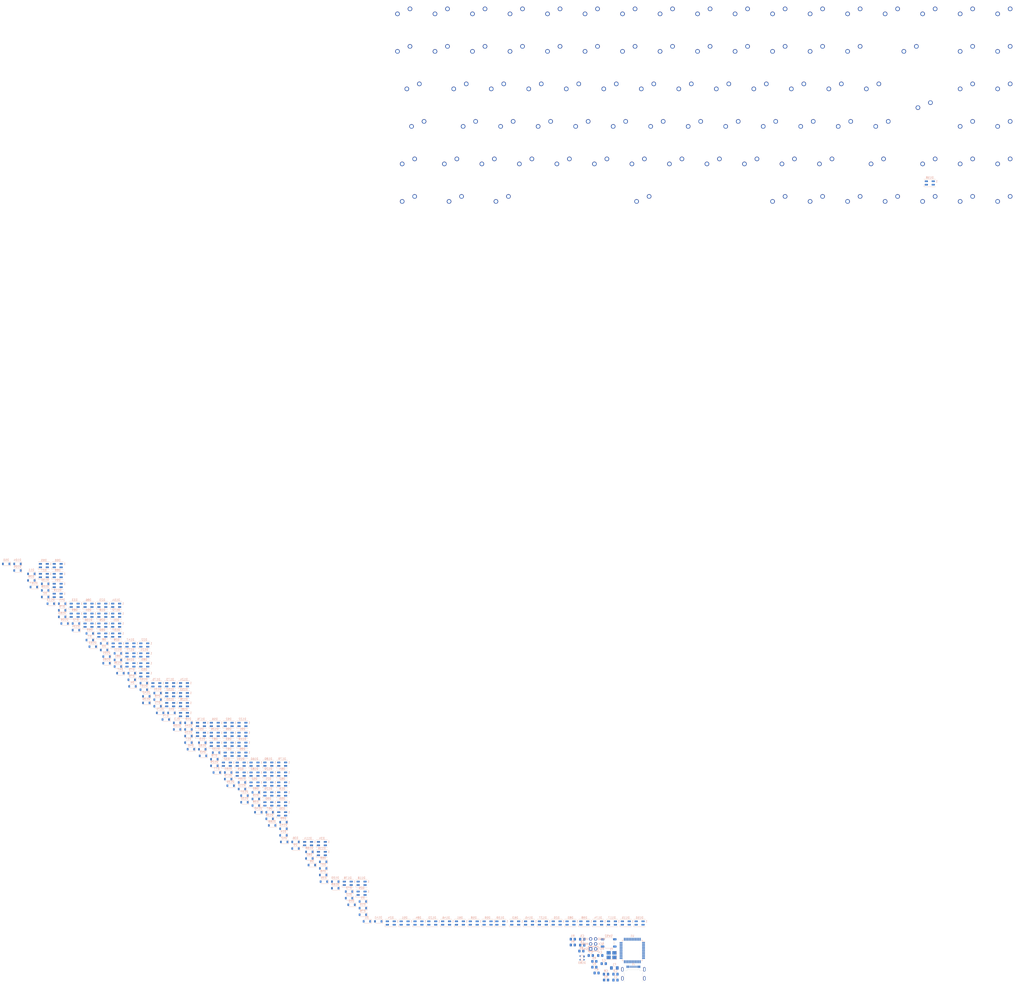
<source format=kicad_pcb>
(kicad_pcb (version 20211014) (generator pcbnew)
  (layers (0 "F.Cu" signal) (31 "B.Cu" signal) (34 "B.Paste" user) (35 "F.Paste" user) (36 "B.SilkS" user "B.Silkscreen") (37 "F.SilkS" user "F.Silkscreen") (38 "B.Mask" user) (39 "F.Mask" user) (44 "Edge.Cuts" user))
  (net 0 "")
  (net 1 "XTAL1")
  (net 2 "GND")
  (net 3 "XTAL2")
  (net 4 "+5V")
  (net 5 "Net-(C8-Pad1)")
  (net 6 "row0")
  (net 7 "Net-(D1-Pad2)")
  (net 8 "Net-(D2-Pad2)")
  (net 9 "Net-(D3-Pad2)")
  (net 10 "Net-(D4-Pad2)")
  (net 11 "Net-(D5-Pad2)")
  (net 12 "Net-(D6-Pad2)")
  (net 13 "Net-(D7-Pad2)")
  (net 14 "Net-(D8-Pad2)")
  (net 15 "Net-(D9-Pad2)")
  (net 16 "Net-(D10-Pad2)")
  (net 17 "Net-(D11-Pad2)")
  (net 18 "Net-(D12-Pad2)")
  (net 19 "Net-(D13-Pad2)")
  (net 20 "Net-(D14-Pad2)")
  (net 21 "Net-(D15-Pad2)")
  (net 22 "Net-(D16-Pad2)")
  (net 23 "Net-(D17-Pad2)")
  (net 24 "Net-(D18-Pad1)")
  (net 25 "led")
  (net 26 "VCC")
  (net 27 "Net-(D19-Pad1)")
  (net 28 "Net-(D20-Pad1)")
  (net 29 "Net-(D21-Pad1)")
  (net 30 "Net-(D22-Pad1)")
  (net 31 "Net-(D23-Pad1)")
  (net 32 "Net-(D24-Pad1)")
  (net 33 "Net-(D25-Pad1)")
  (net 34 "Net-(D26-Pad1)")
  (net 35 "Net-(D27-Pad1)")
  (net 36 "Net-(D28-Pad1)")
  (net 37 "Net-(D29-Pad1)")
  (net 38 "Net-(D30-Pad1)")
  (net 39 "Net-(D31-Pad1)")
  (net 40 "Net-(D32-Pad1)")
  (net 41 "Net-(D33-Pad1)")
  (net 42 "Net-(D34-Pad1)")
  (net 43 "row1")
  (net 44 "Net-(D35-Pad2)")
  (net 45 "Net-(D36-Pad2)")
  (net 46 "Net-(D37-Pad2)")
  (net 47 "Net-(D38-Pad2)")
  (net 48 "Net-(D39-Pad2)")
  (net 49 "Net-(D40-Pad2)")
  (net 50 "Net-(D41-Pad2)")
  (net 51 "Net-(D42-Pad2)")
  (net 52 "Net-(D43-Pad2)")
  (net 53 "Net-(D44-Pad2)")
  (net 54 "Net-(D45-Pad2)")
  (net 55 "Net-(D46-Pad2)")
  (net 56 "Net-(D47-Pad2)")
  (net 57 "Net-(D48-Pad2)")
  (net 58 "Net-(D49-Pad2)")
  (net 59 "Net-(D50-Pad2)")
  (net 60 "Net-(D51-Pad1)")
  (net 61 "Net-(D52-Pad1)")
  (net 62 "Net-(D53-Pad1)")
  (net 63 "Net-(D54-Pad1)")
  (net 64 "Net-(D55-Pad1)")
  (net 65 "Net-(D56-Pad1)")
  (net 66 "Net-(D57-Pad1)")
  (net 67 "Net-(D58-Pad1)")
  (net 68 "Net-(D59-Pad1)")
  (net 69 "Net-(D60-Pad1)")
  (net 70 "Net-(D61-Pad1)")
  (net 71 "Net-(D62-Pad1)")
  (net 72 "Net-(D63-Pad1)")
  (net 73 "Net-(D64-Pad1)")
  (net 74 "Net-(D65-Pad1)")
  (net 75 "Net-(D66-Pad1)")
  (net 76 "row2")
  (net 77 "Net-(D67-Pad2)")
  (net 78 "Net-(D68-Pad2)")
  (net 79 "Net-(D69-Pad2)")
  (net 80 "Net-(D70-Pad2)")
  (net 81 "Net-(D71-Pad2)")
  (net 82 "Net-(D72-Pad2)")
  (net 83 "Net-(D73-Pad2)")
  (net 84 "Net-(D74-Pad2)")
  (net 85 "Net-(D75-Pad2)")
  (net 86 "Net-(D76-Pad2)")
  (net 87 "Net-(D77-Pad2)")
  (net 88 "Net-(D78-Pad2)")
  (net 89 "Net-(D79-Pad2)")
  (net 90 "Net-(D80-Pad2)")
  (net 91 "Net-(D81-Pad2)")
  (net 92 "Net-(D82-Pad2)")
  (net 93 "Net-(D83-Pad1)")
  (net 94 "Net-(D84-Pad1)")
  (net 95 "Net-(D85-Pad1)")
  (net 96 "Net-(D86-Pad1)")
  (net 97 "Net-(D87-Pad1)")
  (net 98 "Net-(D88-Pad1)")
  (net 99 "Net-(D89-Pad1)")
  (net 100 "Net-(D90-Pad1)")
  (net 101 "Net-(D91-Pad1)")
  (net 102 "Net-(D92-Pad1)")
  (net 103 "Net-(D93-Pad1)")
  (net 104 "Net-(D94-Pad1)")
  (net 105 "Net-(D95-Pad1)")
  (net 106 "Net-(D96-Pad1)")
  (net 107 "Net-(D97-Pad1)")
  (net 108 "Net-(D114-Pad3)")
  (net 109 "row3")
  (net 110 "Net-(D99-Pad2)")
  (net 111 "Net-(D100-Pad2)")
  (net 112 "Net-(D101-Pad2)")
  (net 113 "Net-(D102-Pad2)")
  (net 114 "Net-(D103-Pad2)")
  (net 115 "Net-(D104-Pad2)")
  (net 116 "Net-(D105-Pad2)")
  (net 117 "Net-(D106-Pad2)")
  (net 118 "Net-(D107-Pad2)")
  (net 119 "Net-(D108-Pad2)")
  (net 120 "Net-(D109-Pad2)")
  (net 121 "Net-(D110-Pad2)")
  (net 122 "Net-(D111-Pad2)")
  (net 123 "Net-(D112-Pad2)")
  (net 124 "Net-(D113-Pad2)")
  (net 125 "Net-(D114-Pad1)")
  (net 126 "Net-(D115-Pad1)")
  (net 127 "Net-(D116-Pad1)")
  (net 128 "Net-(D117-Pad1)")
  (net 129 "Net-(D118-Pad1)")
  (net 130 "Net-(D119-Pad1)")
  (net 131 "Net-(D120-Pad1)")
  (net 132 "Net-(D121-Pad1)")
  (net 133 "Net-(D122-Pad1)")
  (net 134 "Net-(D123-Pad1)")
  (net 135 "Net-(D124-Pad1)")
  (net 136 "Net-(D125-Pad1)")
  (net 137 "Net-(D126-Pad1)")
  (net 138 "Net-(D127-Pad1)")
  (net 139 "Net-(D128-Pad1)")
  (net 140 "row4")
  (net 141 "Net-(D129-Pad2)")
  (net 142 "Net-(D130-Pad2)")
  (net 143 "Net-(D131-Pad2)")
  (net 144 "Net-(D132-Pad2)")
  (net 145 "Net-(D133-Pad2)")
  (net 146 "Net-(D134-Pad2)")
  (net 147 "Net-(D135-Pad2)")
  (net 148 "Net-(D136-Pad2)")
  (net 149 "Net-(D137-Pad2)")
  (net 150 "Net-(D138-Pad2)")
  (net 151 "Net-(D139-Pad2)")
  (net 152 "Net-(D140-Pad2)")
  (net 153 "Net-(D141-Pad2)")
  (net 154 "Net-(D142-Pad2)")
  (net 155 "Net-(D143-Pad2)")
  (net 156 "Net-(D144-Pad2)")
  (net 157 "Net-(D145-Pad1)")
  (net 158 "Net-(D146-Pad1)")
  (net 159 "Net-(D147-Pad1)")
  (net 160 "Net-(D148-Pad1)")
  (net 161 "Net-(D149-Pad1)")
  (net 162 "Net-(D150-Pad1)")
  (net 163 "Net-(D151-Pad1)")
  (net 164 "Net-(D152-Pad1)")
  (net 165 "Net-(D153-Pad1)")
  (net 166 "Net-(D154-Pad1)")
  (net 167 "Net-(D155-Pad1)")
  (net 168 "Net-(D156-Pad1)")
  (net 169 "Net-(D157-Pad1)")
  (net 170 "Net-(D158-Pad1)")
  (net 171 "Net-(D159-Pad1)")
  (net 172 "Net-(D160-Pad1)")
  (net 173 "row5")
  (net 174 "Net-(D161-Pad2)")
  (net 175 "Net-(D162-Pad2)")
  (net 176 "Net-(D163-Pad2)")
  (net 177 "Net-(D164-Pad2)")
  (net 178 "Net-(D165-Pad2)")
  (net 179 "Net-(D166-Pad2)")
  (net 180 "Net-(D167-Pad2)")
  (net 181 "Net-(D168-Pad2)")
  (net 182 "Net-(D169-Pad2)")
  (net 183 "Net-(D170-Pad2)")
  (net 184 "Net-(D171-Pad2)")
  (net 185 "Net-(D172-Pad1)")
  (net 186 "Net-(D173-Pad1)")
  (net 187 "Net-(D174-Pad1)")
  (net 188 "Net-(D175-Pad1)")
  (net 189 "Net-(D176-Pad1)")
  (net 190 "Net-(D177-Pad1)")
  (net 191 "Net-(D178-Pad1)")
  (net 192 "Net-(D179-Pad1)")
  (net 193 "Net-(D180-Pad1)")
  (net 194 "Net-(D181-Pad1)")
  (net 196 "Net-(D183-Pad3)")
  (net 197 "Net-(D183-Pad2)")
  (net 198 "Net-(J1-PadA5)")
  (net 200 "Net-(J1-PadB5)")
  (net 202 "MISO")
  (net 203 "SCK")
  (net 204 "MOSI")
  (net 205 "RESET")
  (net 206 "D-")
  (net 207 "D+")
  (net 208 "Net-(R7-Pad1)")
  (net 209 "col0")
  (net 210 "col1")
  (net 211 "col2")
  (net 212 "col3")
  (net 213 "col4")
  (net 214 "col5")
  (net 215 "col6")
  (net 216 "col7")
  (net 217 "col8")
  (net 218 "col9")
  (net 219 "col10")
  (net 220 "col11")
  (net 221 "col12")
  (net 222 "col13")
  (net 223 "col14")
  (net 224 "col15")
  (footprint "marbastlib-mx:SW_MX_1u" (layer "F.Cu") (at 307.975 -258.7625)
    (fp_text reference "SW53" hide)
    (fp_text value "D" hide)
  )
  (footprint "marbastlib-mx:SW_MX_1u" (layer "F.Cu") (at 303.2125 -277.8125)
    (fp_text reference "SW37" hide)
    (fp_text value "E" hide)
  )
  (footprint "marbastlib-mx:SW_MX_1u" (layer "F.Cu") (at 427.0375 -220.6625)
    (fp_text reference "SW85" hide)
    (fp_text value "AltGr" hide)
  )
  (footprint "marbastlib-mx:SW_MX_1u" (layer "F.Cu") (at 427.0375 -315.9125)
    (fp_text reference "SW11" hide)
    (fp_text value "F9" hide)
  )
  (footprint "marbastlib-mx:SW_MX_1u" (layer "F.Cu") (at 450.85 -239.7125)
    (fp_text reference "SW76" hide)
    (fp_text value "/?" hide)
  )
  (footprint "marbastlib-mx:SW_MX_1u" (layer "F.Cu") (at 541.3375 -296.8625)
    (fp_text reference "SW33" hide)
    (fp_text value "PgUp" hide)
  )
  (footprint "marbastlib-mx:SW_MX_1u" (layer "F.Cu") (at 269.875 -258.7625)
    (fp_text reference "SW51" hide)
    (fp_text value "A" hide)
  )
  (footprint "marbastlib-mx:SW_MX_1u" (layer "F.Cu") (at 379.4125 -277.8125)
    (fp_text reference "SW41" hide)
    (fp_text value "U" hide)
  )
  (footprint "marbastlib-mx:SW_MX_1u" (layer "F.Cu") (at 417.5125 -277.8125)
    (fp_text reference "SW43" hide)
    (fp_text value "O" hide)
  )
  (footprint "marbastlib-mx:SW_MX_1u" (layer "F.Cu") (at 460.375 -258.7625)
    (fp_text reference "SW61" hide)
    (fp_text value "'@" hide)
  )
  (footprint "marbastlib-mx:SW_MX_1u" (layer "F.Cu") (at 369.8875 -315.9125)
    (fp_text reference "SW8" hide)
    (fp_text value "XEV" hide)
  )
  (footprint "marbastlib-mx:SW_MX_1u" (layer "F.Cu") (at 446.0875 -220.6625)
    (fp_text reference "SW86" hide)
    (fp_text value "Fn" hide)
  )
  (footprint "marbastlib-mx:SW_MX_1u" (layer "F.Cu") (at 388.9375 -296.8625)
    (fp_text reference "SW26" hide)
    (fp_text value "#8" hide)
  )
  (footprint "marbastlib-mx:SW_MX_1u" (layer "F.Cu") (at 279.4 -239.7125)
    (fp_text reference "SW67" hide)
    (fp_text value "Z" hide)
  )
  (footprint "marbastlib-mx:SW_MX_1u" (layer "F.Cu") (at 484.1875 -315.9125)
    (fp_text reference "SW14" hide)
    (fp_text value "F12" hide)
  )
  (footprint "marbastlib-mx:STAB_MX_6.25u" (layer "F.Cu") (at 357.98125 -220.6625)
    (fp_text reference "REF**" hide)
    (fp_text value "STAB_MX_6.25u")
  )
  (footprint "marbastlib-mx:SW_MX_1u" (layer "F.Cu") (at 465.1375 -315.9125)
    (fp_text reference "SW13" hide)
    (fp_text value "F11" hide)
  )
  (footprint "marbastlib-mx:SW_MX_1u" (layer "F.Cu") (at 331.7875 -296.8625)
    (fp_text reference "SW23" hide)
    (fp_text value "#5" hide)
  )
  (footprint "marbastlib-mx:SW_MX_1u" (layer "F.Cu") (at 522.2875 -258.7625)
    (fp_text reference "SW63" hide)
    (fp_text value "Home" hide)
  )
  (footprint "marbastlib-mx:SW_MX_1u" (layer "F.Cu") (at 503.2375 -315.9125)
    (fp_text reference "SW15" hide)
    (fp_text value "U1" hide)
  )
  (footprint "marbastlib-mx:SW_MX_1u" (layer "F.Cu") (at 427.0375 -296.8625)
    (fp_text reference "SW28" hide)
    (fp_text value "#0" hide)
  )
  (footprint "marbastlib-mx:SW_MX_1u" (layer "F.Cu") (at 436.5625 -277.8125)
    (fp_text reference "SW44" hide)
    (fp_text value "P" hide)
  )
  (footprint "marbastlib-mx:SW_MX_1u" (layer "F.Cu") (at 412.75 -239.7125)
    (fp_text reference "SW74" hide)
    (fp_text value ",<" hide)
  )
  (footprint "marbastlib-mx:SW_MX_1u" (layer "F.Cu") (at 327.025 -258.7625)
    (fp_text reference "SW54" hide)
    (fp_text value "F" hide)
  )
  (footprint "marbastlib-mx:SW_MX_1u" (layer "F.Cu") (at 474.6625 -277.8125)
    (fp_text reference "SW46" hide)
    (fp_text value "]" hide)
  )
  (footprint "marbastlib-mx:SW_MX_1u" (layer "F.Cu") (at 465.1375 -220.6625)
    (fp_text reference "SW87" hide)
    (fp_text value "RCtrl" hide)
  )
  (footprint "marbastlib-mx:SW_MX_1u" (layer "F.Cu") (at 284.1625 -277.8125)
    (fp_text reference "SW36" hide)
    (fp_text value "W" hide)
  )
  (footprint "marbastlib-mx:SW_MX_1u" (layer "F.Cu") (at 357.98125 -220.6625)
    (fp_text reference "SW84" hide)
    (fp_text value "Space" hide)
  )
  (footprint "marbastlib-mx:SW_MX_1u" (layer "F.Cu") (at 260.35 -239.7125)
    (fp_text reference "SW66" hide)
    (fp_text value "\\|" hide)
  )
  (footprint "marbastlib-mx:SW_MX_1.25u" (layer "F.Cu") (at 262.73125 -220.6625)
    (fp_text reference "SW82" hide)
    (fp_text value "Win" hide)
  )
  (footprint "marbastlib-mx:SW_MX_1u" (layer "F.Cu") (at 500.85625 -268.2875)
    (fp_text reference "SW47" hide)
    (fp_text value "Enter" hide)
  )
  (footprint "marbastlib-mx:SW_MX_1u" (layer "F.Cu") (at 265.1125 -277.8125)
    (fp_text reference "SW35" hide)
    (fp_text value "Q" hide)
  )
  (footprint "marbastlib-mx:SW_MX_1.5u" (layer "F.Cu") (at 241.3 -277.8125)
    (fp_text reference "SW34" hide)
    (fp_text value "Tab" hide)
  )
  (footprint "marbastlib-mx:SW_MX_1u" (layer "F.Cu") (at 274.6375 -296.8625)
    (fp_text reference "SW20" hide)
    (fp_text value "#2" hide)
  )
  (footprint "marbastlib-mx:SW_MX_1u" (layer "F.Cu") (at 393.7 -239.7125)
    (fp_text reference "SW73" hide)
    (fp_text value "M" hide)
  )
  (footprint "marbastlib-mx:SW_MX_1u" (layer "F.Cu") (at 431.8 -239.7125)
    (fp_text reference "SW75" hide)
    (fp_text value ".>" hide)
  )
  (footprint "marbastlib-mx:SW_MX_1u" (layer "F.Cu") (at 341.3125 -277.8125)
    (fp_text reference "SW39" hide)
    (fp_text value "T" hide)
  )
  (footprint "marbastlib-mx:SW_MX_1u" (layer "F.Cu") (at 288.925 -258.7625)
    (fp_text reference "SW52" hide)
    (fp_text value "S" hide)
  )
  (footprint "marbastlib-mx:SW_MX_1u" (layer "F.Cu") (at 360.3625 -277.8125)
    (fp_text reference "SW40" hide)
    (fp_text value "Y" hide)
  )
  (footprint "marbastlib-mx:SW_MX_1u" (layer "F.Cu") (at 336.55 -239.7125)
    (fp_text reference "SW70" hide)
    (fp_text value "V" hide)
  )
  (footprint "marbastlib-mx:SW_MX_1u" (layer "F.Cu") (at 298.45 -239.7125)
    (fp_text reference "SW68" hide)
    (fp_text value "X" hide)
  )
  (footprint "marbastlib-mx:SW_MX_1u" (layer "F.Cu") (at 255.5875 -296.8625)
    (fp_text reference "SW19" hide)
    (fp_text value "#1" hide)
  )
  (footprint "marbastlib-mx:SW_MX_1u" (layer "F.Cu") (at 422.275 -258.7625)
    (fp_text reference "SW59" hide)
    (fp_text value "L" hide)
  )
  (footprint "marbastlib-mx:SW_MX_1u" (layer "F.Cu") (at 398.4625 -277.8125)
    (fp_text reference "SW42" hide)
    (fp_text value "I" hide)
  )
  (footprint "marbastlib-mx:SW_MX_1u" (layer "F.Cu") (at 274.6375 -315.9125)
    (fp_text reference "SW3" hide)
    (fp_text value "F2" hide)
  )
  (footprint "marbastlib-mx:SW_MX_1.25u" (layer "F.Cu") (at 238.91875 -220.6625)
    (fp_text reference "SW81" hide)
    (fp_text value "LCtrl" hide)
  )
  (footprint "marbastlib-mx:SW_MX_1u" (layer "F.Cu") (at 446.0875 -315.9125)
    (fp_text reference "SW12" hide)
    (fp_text value "F10" hide)
  )
  (footprint "marbastlib-mx:STAB_MX_ISO" (layer "F.Cu") (at 500.85625 -268.2875)
    (fp_text reference "REF**" hide)
    (fp_text value "STAB_MX_ISO")
  )
  (footprint "marbastlib-mx:SW_MX_1u" (layer "F.Cu") (at 522.2875 -296.8625)
    (fp_text reference "SW32" hide)
    (fp_text value "Insert" hide)
  )
  (footprint "marbastlib-mx:SW_MX_1u" (layer "F.Cu") (at 541.3375 -239.7125)
    (fp_text reference "SW80" hide)
    (fp_text value "U3" hide)
  )
  (footprint "marbastlib-mx:SW_MX_1u" (layer "F.Cu") (at 369.8875 -296.8625)
    (fp_text reference "SW25" hide)
    (fp_text value "#7" hide)
  )
  (footprint "marbastlib-mx:SW_MX_1u" (layer "F.Cu") (at 384.175 -258.7625)
    (fp_text reference "SW57" hide)
    (fp_text value "J" hide)
  )
  (footprint "marbastlib-mx:SW_MX_1u" (layer "F.Cu") (at 455.6125 -277.8125)
    (fp_text reference "SW45" hide)
    (fp_text value "[" hide)
  )
  (footprint "marbastlib-mx:SW_MX_1.75u" (layer "F.Cu") (at 243.68125 -258.7625)
    (fp_text reference "SW50" hide)
    (fp_text value "CapsLock" hide)
  )
  (footprint "marbastlib-mx:SW_MX_1u" (layer "F.Cu") (at 365.125 -258.7625)
    (fp_text reference "SW56" hide)
    (fp_text value "H" hide)
  )
  (footprint "marbastlib-mx:SW_MX_1u" (layer "F.Cu") (at 522.2875 -277.8125)
    (fp_text reference "SW48" hide)
    (fp_text value "Delete" hide)
  )
  (footprint "marbastlib-mx:SW_MX_1u" (layer "F.Cu") (at 355.6 -239.7125)
    (fp_text reference "SW71" hide)
    (fp_text value "B" hide)
  )
  (footprint "marbastlib-mx:STAB_MX_2u" (layer "F.Cu") (at 493.7125 -296.8625)
    (fp_text reference "REF**" hide)
    (fp_text value "STAB_MX_2u")
  )
  (footprint "marbastlib-mx:SW_MX_1u" (layer "F.Cu") (at 522.2875 -220.6625)
    (fp_text reference "SW90" hide)
    (fp_text value "RightArrow" hide)
  )
  (footprint "marbastlib-mx:SW_MX_1u" (layer "F.Cu") (at 479.425 -258.7625)
    (fp_text reference "SW62" hide)
    (fp_text value "#~" hide)
  )
  (footprint "marbastlib-mx:SW_MX_1u" (layer "F.Cu") (at 441.325 -258.7625)
    (fp_text reference "SW60" hide)
    (fp_text value ";" hide)
  )
  (footprint "marbastlib-mx:SW_MX_1u" (layer "F.Cu") (at 312.7375 -296.8625)
    (fp_text reference "SW22" hide)
    (fp_text value "#4" hide)
  )
  (footprint "marbastlib-mx:SW_MX_1u" (layer "F.Cu") (at 403.225 -258.7625)
    (fp_text reference "SW58" hide)
    (fp_text value "K" hide)
  )
  (footprint "marbastlib-mx:SW_MX_1u" (layer "F.Cu") (at 503.2375 -239.7125)
    (fp_text reference "SW78" hide)
    (fp_text value "UpArrow" hide)
  )
  (footprint "marbastlib-mx:SW_MX_1u" (layer "F.Cu") (at 541.3375 -220.6625)
    (fp_text reference "SW91" hide)
    (fp_text value "U4" hide)
  )
  (footprint "marbastlib-mx:SW_MX_1u" (layer "F.Cu") (at 522.2875 -315.9125)
    (fp_text reference "SW16" hide)
    (fp_text value "PrtSc" hide)
  )
  (footprint "marbastlib-mx:SW_MX_1u" (layer "F.Cu") (at 503.2375 -220.6625)
    (fp_text reference "SW89" hide)
    (fp_text value "DownArrow" hide)
  )
  (footprint "marbastlib-mx:SW_MX_1u" (layer "F.Cu") (at 236.5375 -315.9125)
    (fp_text reference "SW1" hide)
    (fp_text value "ESC" hide)
  )
  (footprint "marbastlib-mx:SW_MX_1u" (layer "F.Cu") (at 317.5 -239.7125)
    (fp_text reference "SW69" hide)
    (fp_text value "C" hide)
  )
  (footprint "marbastlib-mx:SW_MX_1u" (layer "F.Cu") (at 541.3375 -258.7625)
    (fp_text reference "SW64" hide)
    (fp_text value "End" hide)
  )
  (footprint "marbastlib-mx:SW_MX_1u" (layer "F.Cu") (at 388.9375 -315.9125)
    (fp_text reference "SW9" hide)
    (fp_text value "F7" hide)
  )
  (footprint "marbastlib-mx:SW_MX_1u" (layer "F.Cu") (at 322.2625 -277.8125)
    (fp_text reference "SW38" hide)
    (fp_text value "R" hide)
  )
  (footprint "marbastlib-mx:SW_MX_1u" (layer "F.Cu") (at 293.6875 -296.8625)
    (fp_text reference "SW21" hide)
    (fp_text value "#3" hide)
  )
  (footprint "marbastlib-mx:SW_MX_1u" (layer "F.Cu") (at 522.2875 -239.7125)
    (fp_text reference "SW79" hide)
    (fp_text value "U2" hide)
  )
  (footprint "marbastlib-mx:SW_MX_1u" (layer "F.Cu") (at 346.075 -258.7625)
    (fp_text reference "SW55" hide)
    (fp_text value "G" hide)
  )
  (footprint "marbastlib-mx:SW_MX_1u" (layer "F.Cu") (at 255.5875 -315.9125)
    (fp_text reference "SW2" hide)
    (fp_text value "F1" hide)
  )
  (footprint "marbastlib-mx:SW_MX_1.75u" (layer "F.Cu") (at 477.04375 -239.7125)
    (fp_text reference "SW77" hide)
    (fp_text value "RShift" hide)
  )
  (footprint "marbastlib-mx:SW_MX_1.25u" (layer "F.Cu") (at 238.91875 -239.7125)
    (fp_text reference "SW65" hide)
    (fp_text value "LShift" hide)
  )
  (footprint "marbastlib-mx:SW_MX_1u" (layer "F.Cu") (at 484.1875 -220.6625)
    (fp_text reference "SW88" hide)
    (fp_text value "LeftArrow" hide)
  )
  (footprint "marbastlib-mx:SW_MX_1u" (layer "F.Cu") (at 541.3375 -315.9125)
    (fp_text reference "SW17" hide)
    (fp_text value "PauseBr" hide)
  )
  (footprint "marbastlib-mx:SW_MX_1u" (layer "F.Cu") (at 236.5375 -296.8625)
    (fp_text reference "SW18" hide)
    (fp_text value "`" hide)
  )
  (footprint "marbastlib-mx:SW_MX_1u" (layer "F.Cu") (at 541.3375 -277.8125)
    (fp_text reference "SW49" hide)
    (fp_text value "PgDn" hide)
  )
  (footprint "marbastlib-mx:SW_MX_1u" (layer "F.Cu") (at 374.65 -239.7125)
    (fp_text reference "SW72" hide)
    (fp_text value "N" hide)
  )
  (footprint "marbastlib-mx:SW_MX_1u" (layer "F.Cu") (at 407.9875 -315.9125)
    (fp_text reference "SW10" hide)
    (fp_text value "F8" hide)
  )
  (footprint "marbastlib-mx:SW_MX_1u" (layer "F.Cu") (at 331.7875 -315.9125)
    (fp_text reference "SW6" hide)
    (fp_text value "F5" hide)
  )
  (footprint "marbastlib-mx:SW_MX_1u" (layer "F.Cu") (at 465.1375 -296.8625)
    (fp_text reference "SW30" hide)
    (fp_text value "=" hide)
  )
  (footprint "marbastlib-mx:SW_MX_1u" (layer "F.Cu") (at 407.9875 -296.8625)
    (fp_text reference "SW27" hide)
    (fp_text value "#9" hide)
  )
  (footprint "marbastlib-mx:SW_MX_1u" (layer "F.Cu") (at 493.7125 -296.8625)
    (fp_text reference "SW31" hide)
    (fp_text value "BackSpace" hide)
  )
  (footprint "marbastlib-mx:SW_MX_1.25u" (layer "F.Cu") (at 286.54375 -220.6625)
    (fp_text reference "SW83" hide)
    (fp_text value "Alt" hide)
  )
  (footprint "marbastlib-mx:SW_MX_1u" (layer "F.Cu") (at 312.7375 -315.9125)
    (fp_text reference "SW5" hide)
    (fp_text value "F4" hide)
  )
  (footprint "marbastlib-mx:SW_MX_1u" (layer "F.Cu") (at 350.8375 -296.8625)
    (fp_text reference "SW24" hide)
    (fp_text value "#6" hide)
  )
  (footprint "marbastlib-mx:SW_MX_1u" (layer "F.Cu") (at 446.0875 -296.8625)
    (fp_text reference "SW29" hide)
    (fp_text value "-" hide)
  )
  (footprint "marbastlib-mx:SW_MX_1u" (layer "F.Cu") (at 293.6875 -315.9125)
    (fp_text reference "SW4" hide)
    (fp_text value "F3" hide)
  )
  (footprint "marbastlib-mx:SW_MX_1u" (layer "F.Cu") (at 350.8375 -315.9125)
    (fp_text reference "SW7" hide)
    (fp_text value "F6" hide)
  )
  (footprint "Diode_SMD:D_SOD-123" (layer "B.Cu") (at 69.437678 -8.84625 180)
    (fp_text reference "D72")
    (fp_text value "D_Small")
  )
  (footprint "LED_SMD:LED_SK6812MINI_PLCC4_3.5x3.5mm_P1.75mm" (layer "B.Cu") (at 60.172678 -38.26625 180)
    (fp_text reference "D66")
    (fp_text value "PgUpRGB")
  )
  (footprint "Diode_SMD:D_SOD-123" (layer "B.Cu") (at 105.157678 31.47375 180)
    (fp_text reference "D139")
    (fp_text value "D_Small")
  )
  (footprint "LED_SMD:LED_SK6812MINI_PLCC4_3.5x3.5mm_P1.75mm" (layer "B.Cu") (at 174.172678 77.73375 180)
    (fp_text reference "D19")
    (fp_text value "F1RGB")
  )
  (footprint "LED_SMD:LED_SK6812MINI_PLCC4_3.5x3.5mm_P1.75mm" (layer "B.Cu") (at 104.142678 12.17375 180)
    (fp_text reference "D85")
    (fp_text value "WRGB")
  )
  (footprint "marbastlib-various:SW_SPST_SKQG_WithStem" (layer "B.Cu") (at 339.987678 153.36375 180)
    (fp_text reference "SW92")
    (fp_text value "SW_Push")
  )
  (footprint "Diode_SMD:D_SOD-123" (layer "B.Cu") (at 53.787678 -25.66625 180)
    (fp_text reference "D108")
    (fp_text value "D_Small")
  )
  (footprint "LED_SMD:LED_SK6812MINI_PLCC4_3.5x3.5mm_P1.75mm" (layer "B.Cu") (at 257.422678 143.26375 180)
    (fp_text reference "D146")
    (fp_text value "\\|RGB")
  )
  (footprint "random-keyboard-parts:SOT143B" (layer "B.Cu") (at 326.467678 160.98375 180)
    (fp_text reference "D183")
    (fp_text value "PRTR5V0U2X")
  )
  (footprint "Diode_SMD:D_SOD-123" (layer "B.Cu") (at 208.127678 130.64375 180)
    (fp_text reference "D12")
    (fp_text value "D_Small")
  )
  (footprint "Diode_SMD:D_SOD-123" (layer "B.Cu") (at 33.997678 -39.11625 180)
    (fp_text reference "D50")
    (fp_text value "D_Small")
  )
  (footprint "LED_SMD:LED_SK6812MINI_PLCC4_3.5x3.5mm_P1.75mm" (layer "B.Cu") (at 194.342678 102.92375 180)
    (fp_text reference "D34")
    (fp_text value "PauseBrRGB")
  )
  (footprint "LED_SMD:LED_SK6812MINI_PLCC4_3.5x3.5mm_P1.75mm" (layer "B.Cu") (at 154.002678 42.41375 180)
    (fp_text reference "D122")
    (fp_text value "KRGB")
  )
  (footprint "Resistor_SMD:R_0805_2012Metric_Pad1.20x1.40mm_HandSolder" (layer "B.Cu") (at 338.657678 172.21375 180)
    (fp_text reference "R3")
    (fp_text value "5.1k")
  )
  (footprint "LED_SMD:LED_SK6812MINI_PLCC4_3.5x3.5mm_P1.75mm" (layer "B.Cu") (at 90.102678 2.10375 180)
    (fp_text reference "D28")
    (fp_text value "F9RGB")
  )
  (footprint "LED_SMD:LED_SK6812MINI_PLCC4_3.5x3.5mm_P1.75mm" (layer "B.Cu") (at 278.482678 143.26375 180)
    (fp_text reference "D59")
    (fp_text value "8RGB")
  )
  (footprint "Diode_SMD:D_SOD-123" (layer "B.Cu") (at 48.037678 -27.36625 180)
    (fp_text reference "D167")
    (fp_text value "D_Small")
  )
  (footprint "Diode_SMD:D_SOD-123" (layer "B.Cu") (at 189.227678 113.82375 180)
    (fp_text reference "D6")
    (fp_text value "D_Small")
  )
  (footprint "Diode_SMD:D_SOD-123" (layer "B.Cu") (at 63.687678 -8.84625 180)
    (fp_text reference "D106")
    (fp_text value "D_Small")
  )
  (footprint "LED_SMD:LED_SK6812MINI_PLCC4_3.5x3.5mm_P1.75mm" (layer "B.Cu") (at 167.152678 82.78375 180)
    (fp_text reference "D90")
    (fp_text value "URGB")
  )
  (footprint "Diode_SMD:D_SOD-123" (layer "B.Cu") (at 46.767678 -34.06625 180)
    (fp_text reference "D11")
    (fp_text value "D_Small")
  )
  (footprint "Diode_SMD:D_SOD-123" (layer "B.Cu") (at 120.807678 41.59375 180)
    (fp_text reference "D13")
    (fp_text value "D_Small")
  )
  (footprint "Diode_SMD:D_SOD-123" (layer "B.Cu") (at 112.177678 36.54375 180)
    (fp_text reference "D171")
    (fp_text value "D_Small")
  )
  (footprint "LED_SMD:LED_SK6812MINI_PLCC4_3.5x3.5mm_P1.75mm" (layer "B.Cu") (at 124.312678 37.39375 180)
    (fp_text reference "D181")
    (fp_text value "RightArrowRGB")
  )
  (footprint "LED_SMD:LED_SK6812MINI_PLCC4_3.5x3.5mm_P1.75mm" (layer "B.Cu") (at 117.292678 22.24375 180)
    (fp_text reference "D173")
    (fp_text value "WinRGB")
  )
  (footprint "LED_SMD:LED_SK6812MINI_PLCC4_3.5x3.5mm_P1.75mm" (layer "B.Cu") (at 167.152678 62.58375 180)
    (fp_text reference "D180")
    (fp_text value "DownArrowRGB")
  )
  (footprint "marbastlib-various:USB_C_Receptacle_HRO_TYPE-C-31-M-14" (layer "B.Cu") (at 352.517678 166.68875 180)
    (fp_text reference "J1")
    (fp_text value "USB_C_Receptacle_USB2.0")
    (fp_line (start 3.395 -0.905) (end 4.545001 -0.905) (layer "Edge.Cuts") (width 0.08))
    (fp_line (start -4.554999 -2.075821) (end -4.554999 -6.435) (layer "Edge.Cuts") (width 0.08))
    (fp_line (start 4.545001 -2.075821) (end 4.545001 -6.435) (layer "Edge.Cuts") (width 0.08))
    (fp_line (start -0.004999 -0.355) (end -2.098781 -0.355) (layer "Edge.Cuts") (width 0.08))
    (fp_line (start -0.004999 -0.355) (end 2.088783 -0.355) (layer "Edge.Cuts") (width 0.08))
    (fp_line (start -3.204999 -0.505) (end -3.204999 -0.705) (layer "Edge.Cuts") (width 0.08))
    (fp_line (start -3.404998 -0.905) (end -4.554999 -0.905) (layer "Edge.Cuts") (width 0.08))
    (fp_line (start 3.195001 -0.505) (end 3.195001 -0.705) (layer "Edge.Cuts") (width 0.08))
    (fp_arc (start 2.088783 -0.355) (mid 2.188789 -0.328211) (end 2.261988 -0.255) (layer "Edge.Cuts") (width 0.08))
    (fp_arc (start -4.554999 -2.075821) (mid -4.594642 -1.956298) (end -4.697856 -1.884158) (layer "Edge.Cuts") (width 0.08))
    (fp_arc (start 4.687858 -1.884158) (mid 4.584652 -1.9563) (end 4.545001 -2.075821) (layer "Edge.Cuts") (width 0.08))
    (fp_arc (start -2.271986 -0.255) (mid -2.198781 -0.328205) (end -2.098781 -0.355) (layer "Edge.Cuts") (width 0.08))
    (fp_arc (start 3.195001 -0.705) (mid 3.253579 -0.846421) (end 3.395 -0.904999) (layer "Edge.Cuts") (width 0.08))
    (fp_arc (start -3.404998 -0.905) (mid -3.263577 -0.846421) (end -3.204998 -0.705) (layer "Edge.Cuts") (width 0.08))
    (fp_arc (start 4.687858 -1.884158) (mid 5.039763 -1.332815) (end 4.545001 -0.904999) (layer "Edge.Cuts") (width 0.08))
    (fp_arc (start -2.271986 -0.255) (mid -2.834409 -0.022037) (end -3.204999 -0.505) (layer "Edge.Cuts") (width 0.08))
    (fp_arc (start 3.195001 -0.505) (mid 2.82441 -0.022036) (end 2.261988 -0.255) (layer "Edge.Cuts") (width 0.08))
    (fp_arc (start -4.554999 -0.905) (mid -5.04976 -1.332815) (end -4.697856 -1.884157) (layer "Edge.Cuts") (width 0.08))
  )
  (footprint "Diode_SMD:D_SOD-123" (layer "B.Cu") (at 133.577678 55.01375 180)
    (fp_text reference "D162")
    (fp_text value "D_Small")
  )
  (footprint "Capacitor_SMD:C_0805_2012Metric_Pad1.18x1.45mm_HandSolder" (layer "B.Cu") (at 338.627678 169.23375 180)
    (fp_text reference "C8")
    (fp_text value "1u")
  )
  (footprint "Diode_SMD:D_SOD-123" (layer "B.Cu") (at 98.137678 23.07375 180)
    (fp_text reference "D4")
    (fp_text value "D_Small")
  )
  (footprint "Diode_SMD:D_SOD-123" (layer "B.Cu") (at 126.557678 51.64375 180)
    (fp_text reference "D17")
    (fp_text value "D_Small")
  )
  (footprint "Diode_SMD:D_SOD-123" (layer "B.Cu") (at 90.737678 6.30375 180)
    (fp_text reference "D111")
    (fp_text value "D_Small")
  )
  (footprint "Diode_SMD:D_SOD-123" (layer "B.Cu") (at 208.127678 127.29375 180)
    (fp_text reference "D73")
    (fp_text value "D_Small")
  )
  (footprint "LED_SMD:LED_SK6812MINI_PLCC4_3.5x3.5mm_P1.75mm" (layer "B.Cu") (at 89.862678 -2.94625 180)
    (fp_text reference "D157")
    (fp_text value "RShiftRGB")
  )
  (footprint "Diode_SMD:D_SOD-123" (layer "B.Cu") (at 174.807678 95.38375 180)
    (fp_text reference "D143")
    (fp_text value "D_Small")
  )
  (footprint "Diode_SMD:D_SOD-123" (layer "B.Cu") (at 194.977678 115.52375 180)
    (fp_text reference "D37")
    (fp_text value "D_Small")
  )
  (footprint "LED_SMD:LED_SK6812MINI_PLCC4_3.5x3.5mm_P1.75mm" (layer "B.Cu") (at 154.002678 52.51375 180)
    (fp_text reference "D149")
    (fp_text value "CRGB")
  )
  (footprint "LED_SMD:LED_SK6812MINI_PLCC4_3.5x3.5mm_P1.75mm" (layer "B.Cu") (at 250.402678 143.26375 180)
    (fp_text reference "D123")
    (fp_text value "LRGB")
  )
  (footprint "Diode_SMD:D_SOD-123" (layer "B.Cu") (at 162.037678 86.98375 180)
    (fp_text reference "D140")
    (fp_text value "D_Small")
  )
  (footprint "Diode_SMD:D_SOD-123" (layer "B.Cu") (at 160.767678 76.91375 180)
    (fp_text reference "D80")
    (fp_text value "D_Small")
  )
  (footprint "LED_SMD:LED_SK6812MINI_PLCC4_3.5x3.5mm_P1.75mm" (layer "B.Cu") (at 82.842678 -7.99625 180)
    (fp_text reference "D26")
    (fp_text value "F7RGB")
  )
  (footprint "LED_SMD:LED_SK6812MINI_PLCC4_3.5x3.5mm_P1.75mm" (layer "B.Cu") (at 174.172678 82.78375 180)
    (fp_text reference "D55")
    (fp_text value "4RGB")
  )
  (footprint "LED_SMD:LED_SK6812MINI_PLCC4_3.5x3.5mm_P1.75mm" (layer "B.Cu") (at 146.982678 57.56375 180)
    (fp_text reference "D97")
    (fp_text value "DeleteRGB")
  )
  (footprint "LED_SMD:LED_SK6812MINI_PLCC4_3.5x3.5mm_P1.75mm" (layer "B.Cu") (at 75.822678 -13.04625 180)
    (fp_text reference "D54")
    (fp_text value "3RGB")
  )
  (footprint "Diode_SMD:D_SOD-123" (layer "B.Cu") (at 39.747678 -35.76625 180)
    (fp_text reference "D105")
    (fp_text value "D_Small")
  )
  (footprint "Resistor_SMD:R_0805_2012Metric_Pad1.20x1.40mm_HandSolder" (layer "B.Cu") (at 326.117678 157.48375 180)
    (fp_text reference "R6")
    (fp_text value "360")
  )
  (footprint "LED_SMD:LED_SK6812MINI_PLCC4_3.5x3.5mm_P1.75mm" (layer "B.Cu") (at 124.312678 32.34375 180)
    (fp_text reference "D128")
    (fp_text value "EndRGB")
  )
  (footprint "Diode_SMD:D_SOD-123" (layer "B.Cu") (at 174.807678 92.03375 180)
    (fp_text reference "D99")
    (fp_text value "D_Small")
  )
  (footprint "LED_SMD:LED_SK6812MINI_PLCC4_3.5x3.5mm_P1.75mm" (layer "B.Cu") (at 53.152678 -38.26625 180)
    (fp_text reference "D65")
    (fp_text value "InsertRGB")
  )
  (footprint "Diode_SMD:D_SOD-123" (layer "B.Cu") (at 56.667678 -18.91625 180)
    (fp_text reference "D113")
    (fp_text value "D_Small")
  )
  (footprint "LED_SMD:LED_SK6812MINI_PLCC4_3.5x3.5mm_P1.75mm" (layer "B.Cu") (at 174.172678 67.63375 180)
    (fp_text reference "D64")
    (fp_text value "BackSpaceRGB")
  )
  (footprint "Diode_SMD:D_SOD-123" (layer "B.Cu") (at 90.737678 9.65375 180)
    (fp_text reference "D81")
    (fp_text value "D_Small")
  )
  (footprint "Diode_SMD:D_SOD-123" (layer "B.Cu") (at 140.977678 66.81375 180)
    (fp_text reference "D77")
    (fp_text value "D_Small")
  )
  (footprint "LED_SMD:LED_SK6812MINI_PLCC4_3.5x3.5mm_P1.75mm" (layer "B.Cu") (at 306.562678 143.26375 180)
    (fp_text reference "D127")
    (fp_text value "HomeRGB")
  )
  (footprint "Diode_SMD:D_SOD-123" (layer "B.Cu") (at 84.987678 11.30375 180)
    (fp_text reference "D165")
    (fp_text value "D_Small")
  )
  (footprint "Diode_SMD:D_SOD-123" (layer "B.Cu") (at 167.787678 90.33375 180)
    (fp_text reference "D138")
    (fp_text value "D_Small")
  )
  (footprint "Diode_SMD:D_SOD-123" (layer "B.Cu") (at 146.727678 66.81375 180)
    (fp_text reference "D161")
    (fp_text value "D_Small")
  )
  (footprint "Diode_SMD:D_SOD-123" (layer "B.Cu") (at 97.757678 16.37375 180)
    (fp_text reference "D75")
    (fp_text value "D_Small")
  )
  (footprint "LED_SMD:LED_SK6812MINI_PLCC4_3.5x3.5mm_P1.75mm" (layer "B.Cu") (at 292.522678 143.26375 180)
    (fp_text reference "D63")
    (fp_text value "=RGB")
  )
  (footprint "Diode_SMD:D_SOD-123" (layer "B.Cu") (at 120.807678 44.94375 180)
    (fp_text reference "D109")
    (fp_text value "D_Small")
  )
  (footprint "Diode_SMD:D_SOD-123" (layer "B.Cu") (at 53.787678 -29.01625 180)
    (fp_text reference "D130")
    (fp_text value "D_Small")
  )
  (footprint "LED_SMD:LED_SK6812MINI_PLCC4_3.5x3.5mm_P1.75mm" (layer "B.Cu") (at 97.122678 2.07375 180)
    (fp_text reference "D147")
    (fp_text value "ZRGB")
  )
  (footprint "LED_SMD:LED_SK6812MINI_PLCC4_3.5x3.5mm_P1.75mm" (layer "B.Cu") (at 124.312678 27.29375 180)
    (fp_text reference "D153")
    (fp_text value "MRGB")
  )
  (footprint "LED_SMD:LED_SK6812MINI_PLCC4_3.5x3.5mm_P1.75mm" (layer "B.Cu") (at 132.942678 47.46375 180)
    (fp_text reference "D57")
    (fp_text value "6RGB")
  )
  (footprint "LED_SMD:LED_SK6812MINI_PLCC4_3.5x3.5mm_P1.75mm" (layer "B.Cu") (at 214.512678 128.14375 180)
    (fp_text reference "D25")
    (fp_text value "XEVRGB")
  )
  (footprint "Capacitor_SMD:C_0805_2012Metric_Pad1.18x1.45mm_HandSolder" (layer "B.Cu") (at 337.487678 163.89375 180)
    (fp_text reference "C2")
    (fp_text value "22p")
  )
  (footprint "LED_SMD:LED_SK6812MINI_PLCC4_3.5x3.5mm_P1.75mm" (layer "B.Cu") (at 334.642678 143.26375 180)
    (fp_text reference "D174")
    (fp_text value "AltRGB")
  )
  (footprint "Diode_SMD:D_SOD-123" (layer "B.Cu") (at 146.727678 70.16375 180)
    (fp_text reference "D170")
    (fp_text value "D_Small")
  )
  (footprint "Fuse:Fuse_1206_3216Metric_Pad1.42x1.75mm_HandSolder" (layer "B.Cu") (at 342.867678 166.08375 180)
    (fp_text reference "F1")
    (fp_text value "Polyfuse_Small")
  )
  (footprint "LED_SMD:LED_SK6812MINI_PLCC4_3.5x3.5mm_P1.75mm" (layer "B.Cu") (at 104.142678 7.12375 180)
    (fp_text reference "D121")
    (fp_text value "JRGB")
  )
  (footprint "Capacitor_SMD:C_0805_2012Metric_Pad1.18x1.45mm_HandSolder" (layer "B.Cu") (at 335.707678 159.75375 180)
    (fp_text reference "C4")
    (fp_text value "0.1u")
  )
  (footprint "Diode_SMD:D_SOD-123" (layer "B.Cu") (at 194.977678 112.17375 180)
    (fp_text reference "D68")
    (fp_text value "D_Small")
  )
  (footprint "Diode_SMD:D_SOD-123" (layer "B.Cu") (at 92.007678 16.37375 180)
    (fp_text reference "D47")
    (fp_text value "D_Small")
  )
  (footprint "Diode_SMD:D_SOD-123" (layer "B.Cu") (at 153.747678 75.21375 180)
    (fp_text reference "D112")
    (fp_text value "D_Small")
  )
  (footprint "LED_SMD:LED_SK6812MINI_PLCC4_3.5x3.5mm_P1.75mm" (layer "B.Cu") (at 68.802678 -18.09625 180)
    (fp_text reference "D33")
    (fp_text value "PrtScRGB")
  )
  (footprint "Diode_SMD:D_SOD-123" (layer "B.Cu") (at 62.417678 -15.56625 180)
    (fp_text reference "D79")
    (fp_text value "D_Small")
  )
  (footprint "Diode_SMD:D_SOD-123" (layer "B.Cu") (at 201.107678 122.24375 180)
    (fp_text reference "D100")
    (fp_text value "D_Small")
  )
  (footprint "LED_SMD:LED_SK6812MINI_PLCC4_3.5x3.5mm_P1.75mm" (layer "B.Cu") (at 82.842678 -2.94625 180)
    (fp_text reference "D60")
    (fp_text value "9RGB")
  )
  (footprint "LED_SMD:LED_SK6812MINI_PLCC4_3.5x3.5mm_P1.75mm" (layer "B.Cu") (at 154.002678 47.46375 180)
    (fp_text reference "D91")
    (fp_text value "IRGB")
  )
  (footprint "Diode_SMD:D_SOD-123" (layer "B.Cu") (at 97.757678 19.72375 180)
    (fp_text reference "D70")
    (fp_text value "D_Small")
  )
  (footprint "Diode_SMD:D_SOD-123" (layer "B.Cu") (at 139.707678 60.06375 180)
    (fp_text reference "D78")
    (fp_text value "D_Small")
  )
  (footprint "LED_SMD:LED_SK6812MINI_PLCC4_3.5x3.5mm_P1.75mm" (layer "B.Cu") (at 132.942678 42.41375 180)
    (fp_text reference "D176")
    (fp_text value "AltGrRGB")
  )
  (footprint "LED_SMD:LED_SK6812MINI_PLCC4_3.5x3.5mm_P1.75mm" (layer "B.Cu") (at 174.172678 87.83375 180)
    (fp_text reference "D30")
    (fp_text value "F11RGB")
  )
  (footprint "LED_SMD:LED_SK6812MINI_PLCC4_3.5x3.5mm_P1.75mm" (layer "B.Cu") (at 264.442678 143.26375 180)
    (fp_text reference "D61")
    (fp_text value "0RGB")
  )
  (footprint "LED_SMD:LED_SK6812MINI_PLCC4_3.5x3.5mm_P1.75mm" (layer "B.Cu") (at 153.112678 62.61375 180)
    (fp_text reference "D151")
    (fp_text value "BRGB")
  )
  (footprint "Diode_SMD:D_SOD-123" (layer "B.Cu") (at 110.907678 26.47375 180)
    (fp_text reference "D131")
    (fp_text value "D_Small")
  )
  (footprint "Diode_SMD:D_SOD-123" (layer "B.Cu") (at 39.747678 -39.11625 180)
    (fp_text reference "D104")
    (fp_text value "D_Small")
  )
  (footprint "LED_SMD:LED_SK6812MINI_PLCC4_3.5x3.5mm_P1.75mm" (layer "B.Cu") (at 236.362678 143.26375 180)
    (fp_text reference "D51")
    (fp_text value "`RGB")
  )
  (footprint "LED_SMD:LED_SK6812MINI_PLCC4_3.5x3.5mm_P1.75mm" (layer "B.Cu") (at 348.682678 143.26375 180)
    (fp_text reference "D115")
    (fp_text value "ARGB")
  )
  (footprint "LED_SMD:LED_SK6812MINI_PLCC4_3.5x3.5mm_P1.75mm" (layer "B.Cu") (at 160.132678 67.66375 180)
    (fp_text reference "D182")
    (fp_text value "U4RGB")
  )
  (footprint "LED_SMD:LED_SK6812MINI_PLCC4_3.5x3.5mm_P1.75mm" (layer "B.Cu") (at 82.842678 -18.09625 180)
    (fp_text reference "D23")
    (fp_text value "F5RGB")
  )
  (footprint "LED_SMD:LED_SK6812MINI_PLCC4_3.5x3.5mm_P1.75mm" (layer "B.Cu") (at 154.002678 57.56375 180)
    (fp_text reference "D95")
    (fp_text value "]RGB")
  )
  (footprint "LED_SMD:LED_SK6812MINI_PLCC4_3.5x3.5mm_P1.75mm" (layer "B.Cu") (at 53.152678 -33.21625 180)
    (fp_text reference "D27")
    (fp_text value "F8RGB")
  )
  (footprint "Diode_SMD:D_SOD-123" (layer "B.Cu") (at 117.927678 36.54375 180)
    (fp_text reference "D41")
    (fp_text value "D_Small")
  )
  (footprint "LED_SMD:LED_SK6812MINI_PLCC4_3.5x3.5mm_P1.75mm" (layer "B.Cu") (at 327.622678 143.26375 180)
    (fp_text reference "D98")
    (fp_text value "PgDnRGB")
  )
  (footprint "LED_SMD:LED_SK6812MINI_PLCC4_3.5x3.5mm_P1.75mm" (layer "B.Cu") (at 139.962678 42.41375 180)
    (fp_text reference "D56")
    (fp_text value "5RGB")
  )
  (footprint "LED_SMD:LED_SK6812MINI_PLCC4_3.5x3.5mm_P1.75mm" (layer "B.Cu") (at 89.862678 -18.09625 180)
    (fp_text reference "D154")
    (fp_text value ",<RGB")
  )
  (footprint "Diode_SMD:D_SOD-123" (layer "B.Cu") (at 126.557678 48.29375 180)
    (fp_text reference "D110")
    (fp_text value "D_Small")
  )
  (footprint "Diode_SMD:D_SOD-123" (layer "B.Cu") (at 169.057678 93.68375 180)
    (fp_text reference "D166")
    (fp_text value "D_Small")
  )
  (footprint "random-keyboard-parts:Reset_Pretty-Mask" (layer "B.Cu") (at 332.087678 153.87875 180)
    (fp_text reference "J2")
    (fp_text value "AVR-ISP-6")
  )
  (footprint "Diode_SMD:D_SOD-123" (layer "B.Cu") (at 175.187678 102.08375 180)
    (fp_text reference "D42")
    (fp_text value "D_Small")
  )
  (footprint "LED_SMD:LED_SK6812MINI_PLCC4_3.5x3.5mm_P1.75mm" (layer "B.Cu") (at 104.142678 17.22375 180)
    (fp_text reference "D53")
    (fp_text value "2RGB")
  )
  (footprint "Diode_SMD:D_SOD-123" (layer "B.Cu") (at 201.107678 125.59375 180)
    (fp_text reference "D169")
    (fp_text value "D_Small")
  )
  (footprint "LED_SMD:LED_SK6812MINI_PLCC4_3.5x3.5mm_P1.75mm" (layer "B.Cu") (at 503.075 -232.56875 180)
    (fp_text reference "D158")
    (fp_text value "UpArrowRGB")
  )
  (footprint "Diode_SMD:D_SOD-123" (layer "B.Cu") (at 46.767678 -30.71625 180)
    (fp_text reference "D39")
    (fp_text value "D_Small")
  )
  (footprint "LED_SMD:LED_SK6812MINI_PLCC4_3.5x3.5mm_P1.75mm" (layer "B.Cu") (at 146.092678 62.61375 180)
    (fp_text reference "D32")
    (fp_text value "U1RGB")
  )
  (footprint "Diode_SMD:D_SOD-123" (layer "B.Cu") (at 215.147678 132.34375 180)
    (fp_text reference "D5")
    (fp_text value "D_Small")
  )
  (footprint "Capacitor_SMD:C_0805_2012Metric_Pad1.18x1.45mm_HandSolder" (layer "B.Cu") (at 343.437678 172.24375 180)
    (fp_text reference "C1")
    (fp_text value "22p")
  )
  (footprint "LED_SMD:LED_SK6812MINI_PLCC4_3.5x3.5mm_P1.75mm" (layer "B.Cu") (at 167.152678 77.73375 180)
    (fp_text reference "D125")
    (fp_text value "'@RGB")
  )
  (footprint "Diode_SMD:D_SOD-123" (layer "B.Cu") (at 133.957678 58.36375 180)
    (fp_text reference "D43")
    (fp_text value "D_Small")
  )
  (footprint "Resistor_SMD:R_0805_2012Metric_Pad1.20x1.40mm_HandSolder" (layer "B.Cu") (at 321.777678 154.41375 180)
    (fp_text reference "R4")
    (fp_text value "5.1k")
  )
  (footprint "Diode_SMD:D_SOD-123" (layer "B.Cu") (at 62.417678 -12.21625 180)
    (fp_text reference "D163")
    (fp_text value "D_Small")
  )
  (footprint "LED_SMD:LED_SK6812MINI_PLCC4_3.5x3.5mm_P1.75mm" (layer "B.Cu") (at 160.132678 62.61375 180)
    (fp_text reference "D160")
    (fp_text value "U3RGB")
  )
  (footprint "Diode_SMD:D_SOD-123" (layer "B.Cu") (at 127.827678 54.99375 180)
    (fp_text reference "D40")
    (fp_text value "D_Small")
  )
  (footprint "Diode_SMD:D_SOD-123" (layer "B.Cu") (at 140.597678 56.71375 180)
    (fp_text reference "D133")
    (fp_text value "D_Small")
  )
  (footprint "Diode_SMD:D_SOD-123" (layer "B.Cu") (at 62.417678 -18.91625 180)
    (fp_text reference "D44")
    (fp_text value "D_Small")
  )
  (footprint "LED_SMD:LED_SK6812MINI_PLCC4_3.5x3.5mm_P1.75mm" (layer "B.Cu") (at 146.982678 47.46375 180)
    (fp_text reference "D96")
    (fp_text value "EnterRGB")
  )
  (footprint "Diode_SMD:D_SOD-123" (layer "B.Cu") (at 76.457678 -3.79625 180)
    (fp_text reference "D69")
    (fp_text value "D_Small")
  )
  (footprint "Diode_SMD:D_SOD-123" (layer "B.Cu") (at 133.577678 51.66375 180)
    (fp_text reference "D15")
    (fp_text value "D_Small")
  )
  (footprint "LED_SMD:LED_SK6812MINI_PLCC4_3.5x3.5mm_P1.75mm" (layer "B.Cu") (at 229.342678 143.26375 180)
    (fp_text reference "D24")
    (fp_text value "F6RGB")
  )
  (footprint "Diode_SMD:D_SOD-123" (layer "B.Cu") (at 76.457678 -0.44625 180)
    (fp_text reference "D7")
    (fp_text value "D_Small")
  )
  (footprint "Diode_SMD:D_SOD-123" (layer "B.Cu") (at 155.017678 78.56375 180)
    (fp_text reference "D137")
    (fp_text value "D_Small")
  )
  (footprint "Diode_SMD:D_SOD-123" (layer "B.Cu") (at 160.767678 83.61375 180)
    (fp_text reference "D38")
    (fp_text value "D_Small")
  )
  (footprint "LED_SMD:LED_SK6812MINI_PLCC4_3.5x3.5mm_P1.75mm" (layer "B.Cu") (at 271.462678 143.26375 180)
    (fp_text reference "D58")
    (fp_text value "7RGB")
  )
  (footprint "Diode_SMD:D_SOD-123" (layer "B.Cu") (at 77.967678 2.90375 180)
    (fp_text reference "D103")
    (fp_text value "D_Small")
  )
  (footprint "Diode_SMD:D_SOD-123" (layer "B.Cu") (at 69.437678 -5.49625 180)
    (fp_text reference "D134")
    (fp_text value "D_Small")
  )
  (footprint "Diode_SMD:D_SOD-123" (layer "B.Cu") (at 105.157678 28.12375 180)
    (fp_text reference "D142")
    (fp_text value "D_Small")
  )
  (footprint "LED_SMD:LED_SK6812MINI_PLCC4_3.5x3.5mm_P1.75mm" (layer "B.Cu") (at 124.312678 22.24375 180)
    (fp_text reference "D124")
    (fp_text value ";RGB")
  )
  (footprint "LED_SMD:LED_SK6812MINI_PLCC4_3.5x3.5mm_P1.75mm" (layer "B.Cu") (at 299.542678 143.26375 180)
    (fp_text reference "D145")
    (fp_text value "LShift")
  )
  (footprint "Diode_SMD:D_SOD-123" (layer "B.Cu") (at 209.397678 133.99375 180)
    (fp_text reference "D45")
    (fp_text value "D_Small")
  )
  (footprint "Diode_SMD:D_SOD-123" (layer "B.Cu") (at 195.357678 122.24375 180)
    (fp_text reference "D35")
    (fp_text value "D_Small")
  )
  (footprint "LED_SMD:LED_SK6812MINI_PLCC4_3.5x3.5mm_P1.75mm" (layer "B.Cu") (at 174.172678 72.68375 180)
    (fp_text reference "D62")
    (fp_text value "-RGB")
  )
  (footprint "Diode_SMD:D_SOD-123" (layer "B.Cu") (at 139.707678 63.41375 180)
    (fp_text reference "D129")
    (fp_text value "D_Small")
  )
  (footprint "LED_SMD:LED_SK6812MINI_PLCC4_3.5x3.5mm_P1.75mm" (layer "B.Cu") (at 68.802678 -13.04625 180)
    (fp_text reference "D89")
    (fp_text value "YRGB")
  )
  (footprint "Diode_SMD:D_SOD-123" (layer "B.Cu") (at 180.937678 102.07375 180)
    (fp_text reference "D36")
    (fp_text value "D_Small")
  )
  (footprint "Diode_SMD:D_SOD-123" (layer "B.Cu") (at 217.207678 142.41375 180)
    (fp_text reference "D1")
    (fp_text value "D_Small")
  )
  (footprint "Capacitor_SMD:C_0805_2012Metric_Pad1.18x1.45mm_HandSolder" (layer "B.Cu") (at 326.557678 154.50375 180)
    (fp_text reference "C6")
    (fp_text value "0.1u")
  )
  (footprint "LED_SMD:LED_SK6812MINI_PLCC4_3.5x3.5mm_P1.75mm" (layer "B.Cu") (at 139.962678 52.51375 180)
    (fp_text reference "D87")
    (fp_text value "RRGB")
  )
  (footprint "LED_SMD:LED_SK6812MINI_PLCC4_3.5x3.5mm_P1.75mm" (layer "B.Cu") (at 153.112678 67.66375 180)
    (fp_text reference "D29")
    (fp_text value "F10RGB")
  )
  (footprint "Diode_SMD:D_SOD-123" (layer "B.Cu") (at 147.997678 73.51375 180)
    (fp_text reference "D135")
    (fp_text value "D_Small")
  )
  (footprint "LED_SMD:LED_SK6812MINI_PLCC4_3.5x3.5mm_P1.75mm" (layer "B.Cu") (at 110.272678 22.27375 180)
    (fp_text reference "D175")
    (fp_text value "SpaceRGB")
  )
  (footprint "LED_SMD:LED_SK6812MINI_PLCC4_3.5x3.5mm_P1.75mm" (layer "B.Cu") (at 97.122678 7.12375 180)
    (fp_text reference "D177")
    (fp_text value "FnRGB")
  )
  (footprint "Diode_SMD:D_SOD-123" (layer "B.Cu") (at 174.807678 98.73375 180)
    (fp_text reference "D14")
    (fp_text value "D_Small")
  )
  (footprint "LED_SMD:LED_SK6812MINI_PLCC4_3.5x3.5mm_P1.75mm" (layer "B.Cu") (at 174.172678 62.58375 180)
    (fp_text reference "D179")
    (fp_text value "LeftArrowRGB")
  )
  (footprint "LED_SMD:LED_SK6812MINI_PLCC4_3.5x3.5mm_P1.75mm" (layer "B.Cu") (at 194.342678 107.97375 180)
    (fp_text reference "D116")
    (fp_text value "SRGB")
  )
  (footprint "LED_SMD:LED_SK6812MINI_PLCC4_3.5x3.5mm_P1.75mm" (layer "B.Cu") (at 284.95625 143.26375 180)
    (fp_text reference "D159")
    (fp_text value "U2RGB")
  )
  (footprint "Diode_SMD:D_SOD-123" (layer "B.Cu") (at 155.017678 81.91375 180)
    (fp_text reference "D132")
    (fp_text value "D_Small")
  )
  (footprint "LED_SMD:LED_SK6812MINI_PLCC4_3.5x3.5mm_P1.75mm" (layer "B.Cu") (at 117.292678 32.34375 180)
    (fp_text reference "D155")
    (fp_text value ".>RGB")
  )
  (footprint "Diode_SMD:D_SOD-123" (layer "B.Cu") (at 180.937678 105.42375 180)
    (fp_text reference "D9")
    (fp_text value "D_Small")
  )
  (footprint "LED_SMD:LED_SK6812MINI_PLCC4_3.5x3.5mm_P1.75mm" (layer "B.Cu") (at 146.982678 42.41375 180)
    (fp_text reference "D92")
    (fp_text value "ORGB")
  )
  (footprint "Package_QFP:TQFP-44_10x10mm_P0.8mm" (layer "B.Cu") (at 351.987678 157.21375 180)
    (fp_text reference "U1")
    (fp_text value "ATmega32U4-A")
  )
  (footprint "Crystal:Crystal_SMD_3225-4Pin_3.2x2.5mm_HandSoldering" (layer "B.Cu") (at 341.437678 159.56375 180)
    (fp_text reference "Y1")
    (fp_text value "Crystal_GND24_Small")
  )
  (footprint "Diode_SMD:D_SOD-123" (layer "B.Cu") (at 153.747678 71.86375 180)
    (fp_text reference "D164")
    (fp_text value "D_Small")
  )
  (footprint "LED_SMD:LED_SK6812MINI_PLCC4_3.5x3.5mm_P1.75mm" (layer "B.Cu") (at 60.172678 -23.11625 180)
    (fp_text reference "D119")
    (fp_text value "GRGB")
  )
  (footprint "Diode_SMD:D_SOD-123" (layer "B.Cu") (at 110.907678 29.82375 180)
    (fp_text reference "D48")
    (fp_text value "D_Small")
  )
  (footprint "LED_SMD:LED_SK6812MINI_PLCC4_3.5x3.5mm_P1.75mm" (layer "B.Cu") (at 146.982678 52.51375 180)
    (fp_text reference "D93")
    (fp_text value "PRGB")
  )
  (footprint "LED_SMD:LED_SK6812MINI_PLCC4_3.5x3.5mm_P1.75mm" (layer "B.Cu") (at 341.662678 143.26375 180)
    (fp_text reference "D117")
    (fp_text value "DRGB")
  )
  (footprint "Diode_SMD:D_SOD-123" (layer "B.Cu") (at 167.787678 86.98375 180)
    (fp_text reference "D67")
    (fp_text value "D_Small")
  )
  (footprint "Capacitor_SMD:C_0805_2012Metric_Pad1.18x1.45mm_HandSolder" (layer "B.Cu") (at 343.437678 169.23375 180)
    (fp_text reference "C3")
    (fp_text value "0.1u")
  )
  (footprint "LED_SMD:LED_SK6812MINI_PLCC4_3.5x3.5mm_P1.75mm" (layer "B.Cu") (at 187.322678 102.92375 180)
    (fp_text reference "D114")
    (fp_text value "CapsLockRGB")
  )
  (footprint "LED_SMD:LED_SK6812MINI_PLCC4_3.5x3.5mm_P1.75mm" (layer "B.Cu") (at 243.382678 143.26375 180)
    (fp_text reference "D84")
    (fp_text value "QRGB")
  )
  (footprint "Diode_SMD:D_SOD-123" (layer "B.Cu") (at 215.147678 135.69375 180)
    (fp_text reference "D10")
    (fp_text value "D_Small")
  )
  (footprint "Diode_SMD:D_SOD-123" (layer "B.Cu") (at 215.147678 139.04375 180)
    (fp_text reference "D76")
    (fp_text value "D_Small")
  )
  (footprint "Diode_SMD:D_SOD-123" (layer "B.Cu") (at 222.957678 142.41375 180)
    (fp_text reference "D141")
    (fp_text value "D_Small")
  )
  (footprint "LED_SMD:LED_SK6812MINI_PLCC4_3.5x3.5mm_P1.75mm" (layer "B.Cu") (at 75.822678 -7.99625 180)
    (fp_text reference "D156")
    (fp_text value "/?RGB")
  )
  (footprint "Resistor_SMD:R_0805_2012Metric_Pad1.20x1.40mm_HandSolder" (layer "B.Cu") (at 332.707678 165.68375 180)
    (fp_text reference "R2")
    (fp_text value "22")
  )
  (footprint "Capacitor_SMD:C_0805_2012Metric_Pad1.18x1.45mm_HandSolder" (layer "B.Cu") (at 326.557678 151.49375 180)
    (fp_text reference "C5")
    (fp_text value "0.1u")
  )
  (footprint "LED_SMD:LED_SK6812MINI_PLCC4_3.5x3.5mm_P1.75mm" (layer "B.Cu") (at 89.862678 -13.04625 180)
    (fp_text reference "D172")
    (fp_text value "LCtrlRGB")
  )
  (footprint "LED_SMD:LED_SK6812MINI_PLCC4_3.5x3.5mm_P1.75mm" (layer "B.Cu") (at 214.512678 123.09375 180)
    (fp_text reference "D118")
    (fp_text value "FRGB")
  )
  (footprint "Diode_SMD:D_SOD-123" (layer "B.Cu") (at 83.717678 4.60375 180)
    (fp_text reference "D3")
    (fp_text value "D_Small")
  )
  (footprint "LED_SMD:LED_SK6812MINI_PLCC4_3.5x3.5mm_P1.75mm" (layer "B.Cu") (at 167.152678 72.68375 180)
    (fp_text reference "D21")
    (fp_text value "F3RGB")
  )
  (footprint "Diode_SMD:D_SOD-123" (layer "B.Cu") (at 187.957678 110.47375 180)
    (fp_text reference "D82")
    (fp_text value "D_Small")
  )
  (footprint "LED_SMD:LED_SK6812MINI_PLCC4_3.5x3.5mm_P1.75mm" (layer "B.Cu") (at 207.492678 123.09375 180)
    (fp_text reference "D178")
    (fp_text value "RCtrlRGB")
  )
  (footprint "Diode_SMD:D_SOD-123" (layer "B.Cu") (at 53.787678 -22.31625 180)
    (fp_text reference "D2")
    (fp_text value "D_Small")
  )
  (footprint "LED_SMD:LED_SK6812MINI_PLCC4_3.5x3.5mm_P1.75mm" (layer "B.Cu") (at 313.582678 143.26375 180)
    (fp_text reference "D20")
    (fp_text value "F2RGB")
  )
  (footprint "Diode_SMD:D_SOD-123" (layer "B.Cu") (at 126.557678 44.94375 180)
    (fp_text reference "D144")
    (fp_text value "D_Small")
  )
  (footprint "Diode_SMD:D_SOD-123" (layer "B.Cu") (at 83.717678 1.25375 180)
    (fp_text reference "D8")
    (fp_text value "D_Small")
  )
  (footprint "LED_SMD:LED_SK6812MINI_PLCC4_3.5x3.5mm_P1.75mm" (layer "B.Cu") (at 60.172678 -33.21625 180)
    (fp_text reference "D88")
    (fp_text value "TRGB")
  )
  (footprint "LED_SMD:LED_SK6812MINI_PLCC4_3.5x3.5mm_P1.75mm" (layer "B.Cu") (at 160.132678 72.71375 180)
    (fp_text reference "D52")
    (fp_text value "1RGB")
  )
  (footprint "LED_SMD:LED_SK6812MINI_PLCC4_3.5x3.5mm_P1.75mm" (layer "B.Cu") (at 104.142678 2.07375 180)
    (fp_text reference "D22")
    (fp_text value "F4RGB")
  )
  (footprint "Capacitor_SMD:C_0805_2012Metric_Pad1.18x1.45mm_HandSolder" (layer "B.Cu") (at 330.897678 159.75375 180)
    (fp_text reference "C7")
    (fp_text value "10u")
  )
  (footprint "Resistor_SMD:R_0805_2012Metric_Pad1.20x1.40mm_HandSolder" (layer "B.Cu") (at 333.847678 168.63375 180)
    (fp_text reference "R7")
    (fp_text value "10k")
  )
  (footprint "LED_SMD:LED_SK6812MINI_PLCC4_3.5x3.5mm_P1.75mm" (layer "B.Cu") (at 117.292678 27.29375 180)
    (fp_text reference "D152")
    (fp_text value "NRGB")
  )
  (footprint "Diode_SMD:D_SOD-123" (layer "B.Cu") (at 103.887678 24.77375 180)
    (fp_text reference "D107")
    (fp_text value "D_Small")
  )
  (footprint "Resistor_SMD:R_0805_2012Metric_Pad1.20x1.40mm_HandSolder" (layer "B.Cu") (at 321.777678 151.46375 180)
    (fp_text reference "R1")
    (fp_text value "22")
  )
  (footprint "Diode_SMD:D_SOD-123" (layer "B.Cu") (at 103.887678 21.42375 180)
    (fp_text reference "D102")
    (fp_text value "D_Small")
  )
  (footprint "Diode_SMD:D_SOD-123" (layer "B.Cu") (at 126.557678 41.59375 180)
    (fp_text reference "D49")
    (fp_text value "D_Small")
  )
  (footprint "LED_SMD:LED_SK6812MINI_PLCC4_3.5x3.5mm_P1.75mm" (layer "B.Cu") (at 97.122678 12.17375 180)
    (fp_text reference "D148")
    (fp_text value "XRGB")
  )
  (footprint "LED_SMD:LED_SK6812MINI_PLCC4_3.5x3.5mm_P1.75mm" (layer "B.Cu") (at 139.962678 47.46375 180)
    (fp_text reference "D126")
    (fp_text value "#~RGB")
  )
  (footprint "Diode_SMD:D_SOD-123" (layer "B.Cu") (at 84.987678 7.95375 180)
    (fp_text reference "D101")
    (fp_text value "D_Small")
  )
  (footprint "LED_SMD:LED_SK6812MINI_PLCC4_3.5x3.5mm_P1.75mm" (layer "B.Cu") (at 167.152678 67.63375 180)
    (fp_text reference "D120")
    (fp_text value "HRGB")
  )
  (footprint "Diode_SMD:D_SOD-123" (layer "B.Cu") (at 110.907678 33.17375 180)
    (fp_text reference "D71")
    (fp_text value "D_Small")
  )
  (footprint "LED_SMD:LED_SK6812MINI_PLCC4_3.5x3.5mm_P1.75mm" (layer "B.Cu") (at 355.702678 143.26375 180)
    (fp_text reference "D150")
    (fp_text value "VRGB")
  )
  (footprint "Diode_SMD:D_SOD-123" (layer "B.Cu") (at 115.057678 39.89375 180)
    (fp_text reference "D74")
    (fp_text value "D_Small")
  )
  (footprint "Diode_SMD:D_SOD-123" (layer "B.Cu") (at 194.977678 118.87375 180)
    (fp_text reference "D46")
    (fp_text value "D_Small")
  )
  (footprint "LED_SMD:LED_SK6812MINI_PLCC4_3.5x3.5mm_P1.75mm" (layer "B.Cu") (at 89.862678 -7.99625 180)
    (fp_text reference "D31")
    (fp_text value "F12RGB")
  )
  (footprint "LED_SMD:LED_SK6812MINI_PLCC4_3.5x3.5mm_P1.75mm" (layer "B.Cu") (at 320.602678 143.26375 180)
    (fp_text reference "D83")
    (fp_text value "TabRGB")
  )
  (footprint "Resistor_SMD:R_0805_2012Metric_Pad1.20x1.40mm_HandSolder" (layer "B.Cu") (at 332.707678 162.73375 180)
    (fp_text reference "R5")
    (fp_text value "10k")
  )
  (footprint "LED_SMD:LED_SK6812MINI_PLCC4_3.5x3.5mm_P1.75mm" (layer "B.Cu") (at 75.822678 -18.09625 180)
    (fp_text reference "D86")
    (fp_text value "ERGB")
  )
  (footprint "Diode_SMD:D_SOD-123" (layer "B.Cu") (at 187.957678 107.12375 180)
    (fp_text reference "D168")
    (fp_text value "D_Small")
  )
  (footprint "LED_SMD:LED_SK6812MINI_PLCC4_3.5x3.5mm_P1.75mm" (layer "B.Cu") (at 60.172678 -28.16625 180)
    (fp_text reference "D94")
    (fp_text value "[RGB")
  )
  (footprint "Diode_SMD:D_SOD-123" (layer "B.Cu") (at 160.767678 80.26375 180)
    (fp_text reference "D16")
    (fp_text value "D_Small")
  )
  (footprint "LED_SMD:LED_SK6812MINI_PLCC4_3.5x3.5mm_P1.75mm" (layer "B.Cu") (at 82.842678 -13.04625 180)
    (fp_text reference "D18")
    (fp_text value "ESCRGB")
  )
  (footprint "Diode_SMD:D_SOD-123" (layer "B.Cu") (at 90.737678 13.00375 180)
    (fp_text reference "D136")
    (fp_text value "D_Small")
  )
)
</source>
